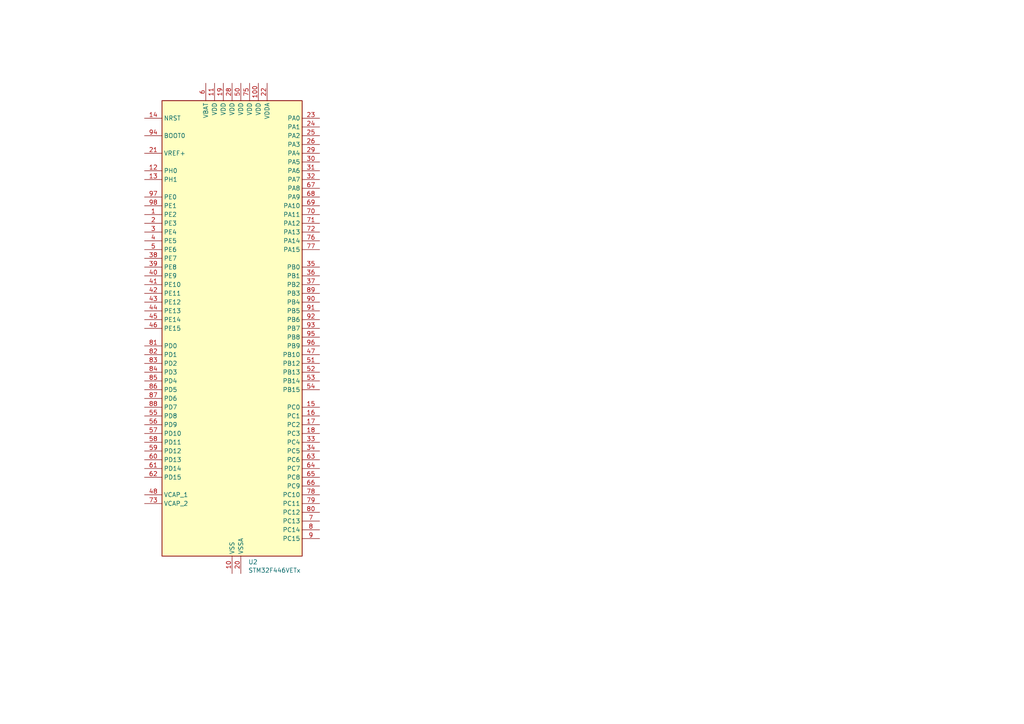
<source format=kicad_sch>
(kicad_sch (version 20250114) (generator "eeschema") (generator_version "9.0")
  (paper "A4")
  (lib_symbols
    (symbol "B7-resistor_SMD:STM32F446VETx"
      (property "Reference" "U" (at -20.32 67.31 0))
      (property "Value" "STM32F446VETx" (at 12.7 67.31 0))
      (symbol "STM32F446VETx_0_1"
        (rectangle (start -20.32 -66.04) (end 20.32 66.04) (stroke (width 0.254)) (fill (type background)))
      )
      (symbol "STM32F446VETx_1_1"
        (pin input line (at -25.4 60.96 0) (length 5.08) (name "NRST") (number "14"))
        (pin input line (at -25.4 55.88 0) (length 5.08) (name "BOOT0") (number "94"))
        (pin input line (at -25.4 50.8 0) (length 5.08) (name "VREF+") (number "21"))
        (pin bidirectional line (at -25.4 45.72 0) (length 5.08) (name "PH0") (number "12"))
        (pin bidirectional line (at -25.4 43.18 0) (length 5.08) (name "PH1") (number "13"))
        (pin bidirectional line (at -25.4 38.1 0) (length 5.08) (name "PE0") (number "97"))
        (pin bidirectional line (at -25.4 35.56 0) (length 5.08) (name "PE1") (number "98"))
        (pin bidirectional line (at -25.4 33.02 0) (length 5.08) (name "PE2") (number "1"))
        (pin bidirectional line (at -25.4 30.48 0) (length 5.08) (name "PE3") (number "2"))
        (pin bidirectional line (at -25.4 27.94 0) (length 5.08) (name "PE4") (number "3"))
        (pin bidirectional line (at -25.4 25.4 0) (length 5.08) (name "PE5") (number "4"))
        (pin bidirectional line (at -25.4 22.86 0) (length 5.08) (name "PE6") (number "5"))
        (pin bidirectional line (at -25.4 20.32 0) (length 5.08) (name "PE7") (number "38"))
        (pin bidirectional line (at -25.4 17.78 0) (length 5.08) (name "PE8") (number "39"))
        (pin bidirectional line (at -25.4 15.24 0) (length 5.08) (name "PE9") (number "40"))
        (pin bidirectional line (at -25.4 12.7 0) (length 5.08) (name "PE10") (number "41"))
        (pin bidirectional line (at -25.4 10.16 0) (length 5.08) (name "PE11") (number "42"))
        (pin bidirectional line (at -25.4 7.62 0) (length 5.08) (name "PE12") (number "43"))
        (pin bidirectional line (at -25.4 5.08 0) (length 5.08) (name "PE13") (number "44"))
        (pin bidirectional line (at -25.4 2.54 0) (length 5.08) (name "PE14") (number "45"))
        (pin bidirectional line (at -25.4 0 0) (length 5.08) (name "PE15") (number "46"))
        (pin bidirectional line (at -25.4 -5.08 0) (length 5.08) (name "PD0") (number "81"))
        (pin bidirectional line (at -25.4 -7.62 0) (length 5.08) (name "PD1") (number "82"))
        (pin bidirectional line (at -25.4 -10.16 0) (length 5.08) (name "PD2") (number "83"))
        (pin bidirectional line (at -25.4 -12.7 0) (length 5.08) (name "PD3") (number "84"))
        (pin bidirectional line (at -25.4 -15.24 0) (length 5.08) (name "PD4") (number "85"))
        (pin bidirectional line (at -25.4 -17.78 0) (length 5.08) (name "PD5") (number "86"))
        (pin bidirectional line (at -25.4 -20.32 0) (length 5.08) (name "PD6") (number "87"))
        (pin bidirectional line (at -25.4 -22.86 0) (length 5.08) (name "PD7") (number "88"))
        (pin bidirectional line (at -25.4 -25.4 0) (length 5.08) (name "PD8") (number "55"))
        (pin bidirectional line (at -25.4 -27.94 0) (length 5.08) (name "PD9") (number "56"))
        (pin bidirectional line (at -25.4 -30.48 0) (length 5.08) (name "PD10") (number "57"))
        (pin bidirectional line (at -25.4 -33.02 0) (length 5.08) (name "PD11") (number "58"))
        (pin bidirectional line (at -25.4 -35.56 0) (length 5.08) (name "PD12") (number "59"))
        (pin bidirectional line (at -25.4 -38.1 0) (length 5.08) (name "PD13") (number "60"))
        (pin bidirectional line (at -25.4 -40.64 0) (length 5.08) (name "PD14") (number "61"))
        (pin bidirectional line (at -25.4 -43.18 0) (length 5.08) (name "PD15") (number "62"))
        (pin power_out line (at -25.4 -48.26 0) (length 5.08) (name "VCAP_1") (number "48"))
        (pin power_out line (at -25.4 -50.8 0) (length 5.08) (name "VCAP_2") (number "73"))
        (pin power_in line (at -7.62 71.12 270) (length 5.08) (name "VBAT") (number "6"))
        (pin power_in line (at -5.08 71.12 270) (length 5.08) (name "VDD") (number "11"))
        (pin power_in line (at -2.54 71.12 270) (length 5.08) (name "VDD") (number "19"))
        (pin power_in line (at 0 71.12 270) (length 5.08) (name "VDD") (number "28"))
        (pin power_in line (at 0 -71.12 90) (length 5.08) (name "VSS") (number "10"))
        (pin passive line (at 0 -71.12 90) (length 5.08) (hide yes) (name "VSS") (number "27"))
        (pin passive line (at 0 -71.12 90) (length 5.08) (hide yes) (name "VSS") (number "49"))
        (pin passive line (at 0 -71.12 90) (length 5.08) (hide yes) (name "VSS") (number "74"))
        (pin passive line (at 0 -71.12 90) (length 5.08) (hide yes) (name "VSS") (number "99"))
        (pin power_in line (at 2.54 71.12 270) (length 5.08) (name "VDD") (number "50"))
        (pin power_in line (at 2.54 -71.12 90) (length 5.08) (name "VSSA") (number "20"))
        (pin power_in line (at 5.08 71.12 270) (length 5.08) (name "VDD") (number "75"))
        (pin power_in line (at 7.62 71.12 270) (length 5.08) (name "VDD") (number "100"))
        (pin power_in line (at 10.16 71.12 270) (length 5.08) (name "VDDA") (number "22"))
        (pin bidirectional line (at 25.4 60.96 180) (length 5.08) (name "PA0") (number "23"))
        (pin bidirectional line (at 25.4 58.42 180) (length 5.08) (name "PA1") (number "24"))
        (pin bidirectional line (at 25.4 55.88 180) (length 5.08) (name "PA2") (number "25"))
        (pin bidirectional line (at 25.4 53.34 180) (length 5.08) (name "PA3") (number "26"))
        (pin bidirectional line (at 25.4 50.8 180) (length 5.08) (name "PA4") (number "29"))
        (pin bidirectional line (at 25.4 48.26 180) (length 5.08) (name "PA5") (number "30"))
        (pin bidirectional line (at 25.4 45.72 180) (length 5.08) (name "PA6") (number "31"))
        (pin bidirectional line (at 25.4 43.18 180) (length 5.08) (name "PA7") (number "32"))
        (pin bidirectional line (at 25.4 40.64 180) (length 5.08) (name "PA8") (number "67"))
        (pin bidirectional line (at 25.4 38.1 180) (length 5.08) (name "PA9") (number "68"))
        (pin bidirectional line (at 25.4 35.56 180) (length 5.08) (name "PA10") (number "69"))
        (pin bidirectional line (at 25.4 33.02 180) (length 5.08) (name "PA11") (number "70"))
        (pin bidirectional line (at 25.4 30.48 180) (length 5.08) (name "PA12") (number "71"))
        (pin bidirectional line (at 25.4 27.94 180) (length 5.08) (name "PA13") (number "72"))
        (pin bidirectional line (at 25.4 25.4 180) (length 5.08) (name "PA14") (number "76"))
        (pin bidirectional line (at 25.4 22.86 180) (length 5.08) (name "PA15") (number "77"))
        (pin bidirectional line (at 25.4 17.78 180) (length 5.08) (name "PB0") (number "35"))
        (pin bidirectional line (at 25.4 15.24 180) (length 5.08) (name "PB1") (number "36"))
        (pin bidirectional line (at 25.4 12.7 180) (length 5.08) (name "PB2") (number "37"))
        (pin bidirectional line (at 25.4 10.16 180) (length 5.08) (name "PB3") (number "89"))
        (pin bidirectional line (at 25.4 7.62 180) (length 5.08) (name "PB4") (number "90"))
        (pin bidirectional line (at 25.4 5.08 180) (length 5.08) (name "PB5") (number "91"))
        (pin bidirectional line (at 25.4 2.54 180) (length 5.08) (name "PB6") (number "92"))
        (pin bidirectional line (at 25.4 0 180) (length 5.08) (name "PB7") (number "93"))
        (pin bidirectional line (at 25.4 -2.54 180) (length 5.08) (name "PB8") (number "95"))
        (pin bidirectional line (at 25.4 -5.08 180) (length 5.08) (name "PB9") (number "96"))
        (pin bidirectional line (at 25.4 -7.62 180) (length 5.08) (name "PB10") (number "47"))
        (pin bidirectional line (at 25.4 -10.16 180) (length 5.08) (name "PB12") (number "51"))
        (pin bidirectional line (at 25.4 -12.7 180) (length 5.08) (name "PB13") (number "52"))
        (pin bidirectional line (at 25.4 -15.24 180) (length 5.08) (name "PB14") (number "53"))
        (pin bidirectional line (at 25.4 -17.78 180) (length 5.08) (name "PB15") (number "54"))
        (pin bidirectional line (at 25.4 -22.86 180) (length 5.08) (name "PC0") (number "15"))
        (pin bidirectional line (at 25.4 -25.4 180) (length 5.08) (name "PC1") (number "16"))
        (pin bidirectional line (at 25.4 -27.94 180) (length 5.08) (name "PC2") (number "17"))
        (pin bidirectional line (at 25.4 -30.48 180) (length 5.08) (name "PC3") (number "18"))
        (pin bidirectional line (at 25.4 -33.02 180) (length 5.08) (name "PC4") (number "33"))
        (pin bidirectional line (at 25.4 -35.56 180) (length 5.08) (name "PC5") (number "34"))
        (pin bidirectional line (at 25.4 -38.1 180) (length 5.08) (name "PC6") (number "63"))
        (pin bidirectional line (at 25.4 -40.64 180) (length 5.08) (name "PC7") (number "64"))
        (pin bidirectional line (at 25.4 -43.18 180) (length 5.08) (name "PC8") (number "65"))
        (pin bidirectional line (at 25.4 -45.72 180) (length 5.08) (name "PC9") (number "66"))
        (pin bidirectional line (at 25.4 -48.26 180) (length 5.08) (name "PC10") (number "78"))
        (pin bidirectional line (at 25.4 -50.8 180) (length 5.08) (name "PC11") (number "79"))
        (pin bidirectional line (at 25.4 -53.34 180) (length 5.08) (name "PC12") (number "80"))
        (pin bidirectional line (at 25.4 -55.88 180) (length 5.08) (name "PC13") (number "7"))
        (pin bidirectional line (at 25.4 -58.42 180) (length 5.08) (name "PC14") (number "8"))
        (pin bidirectional line (at 25.4 -60.96 180) (length 5.08) (name "PC15") (number "9"))
      )
    )
  )
  (symbol (lib_id "B7-resistor_SMD:STM32F446VETx") (at 67.31 95.25 0) (unit 1)
    (property "Reference" "U2" (at 71.9933 163.0101 0) (effects (justify left)))
    (property "Value" "STM32F446VETx" (at 71.9933 165.4344 0) (effects (justify left)))
    (property "Footprint" "Package_QFP:LQFP-100_14x14mm_P0.5mm" (effects (hide yes)))
    (property "Datasheet" "https://www.st.com/resource/en/datasheet/stm32f446ve.pdf" (effects (hide yes)))
    (property "Description" "STMicroelectronics Arm Cortex-M4 MCU, 512KB flash, 128KB RAM, 180 MHz, 1.8-3.6V, 81 GPIO, LQFP100" (effects (hide yes)))
  )
)
</source>
